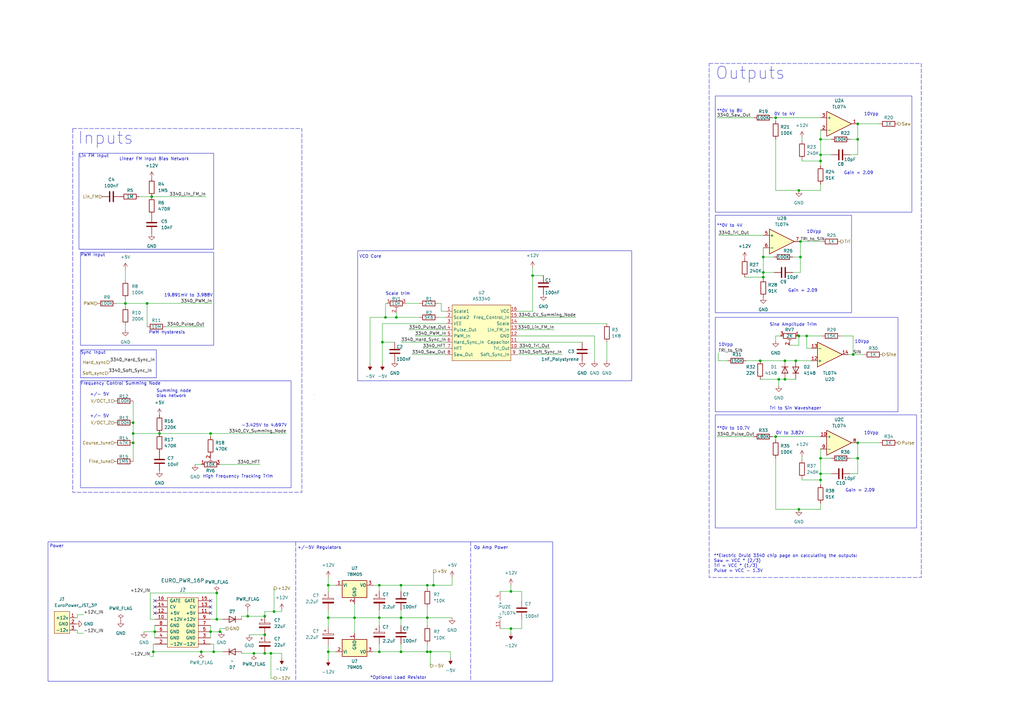
<source format=kicad_sch>
(kicad_sch (version 20230121) (generator eeschema)
  (paper "A3")
  (title_block (title "Eurorack 3340 VCO") (date "2024-02-16") (rev "0.1.2") (company "DIYSynthMNL") (comment 1 "This Revision is a Prototype"))
  (junction (at 86.36 259.08))
  (junction (at 351.79 181.61))
  (junction (at 86.36 177.8))
  (junction (at 313.055 113.665))
  (junction (at 349.885 145.415))
  (junction (at 313.055 111.76))
  (junction (at 101.6 252.73))
  (junction (at 319.405 155.575))
  (junction (at 104.14 267.97))
  (junction (at 336.55 66.04))
  (junction (at 108.585 260.35))
  (junction (at 62.23 80.645))
  (junction (at 155.575 253.365))
  (junction (at 209.55 257.81))
  (junction (at 336.55 57.15))
  (junction (at 112.395 250.825))
  (junction (at 336.55 187.96))
  (junction (at 65.405 177.8))
  (junction (at 351.79 187.96))
  (junction (at 327.66 78.105))
  (junction (at 328.295 105.41))
  (junction (at 134.62 267.335))
  (junction (at 326.39 147.955))
  (junction (at 156.845 140.335))
  (junction (at 321.945 155.575))
  (junction (at 311.785 147.955))
  (junction (at 318.135 179.07))
  (junction (at 111.125 267.97))
  (junction (at 175.26 253.365))
  (junction (at 321.945 147.955))
  (junction (at 87.63 267.335))
  (junction (at 155.575 267.335))
  (junction (at 60.325 124.46))
  (junction (at 351.79 50.8))
  (junction (at 351.79 57.15))
  (junction (at 336.55 63.5))
  (junction (at 328.295 99.06))
  (junction (at 82.55 267.335))
  (junction (at 88.9 243.205))
  (junction (at 155.575 240.03))
  (junction (at 62.865 267.335))
  (junction (at 164.465 253.365))
  (junction (at 134.62 253.365))
  (junction (at 134.62 240.03))
  (junction (at 313.055 105.41))
  (junction (at 336.55 194.31))
  (junction (at 175.26 240.03))
  (junction (at 164.465 240.03))
  (junction (at 158.115 130.175))
  (junction (at 336.55 196.85))
  (junction (at 54.61 173.355))
  (junction (at 88.9 254))
  (junction (at 175.26 267.335))
  (junction (at 318.135 48.26))
  (junction (at 90.17 259.08))
  (junction (at 162.56 130.175))
  (junction (at 108.585 252.73))
  (junction (at 108.585 267.97))
  (junction (at 51.435 124.46))
  (junction (at 330.835 137.795))
  (junction (at 164.465 267.335))
  (junction (at 54.61 181.61))
  (junction (at 177.8 240.03))
  (junction (at 209.55 242.57))
  (junction (at 218.44 113.03))
  (junction (at 176.53 267.335))
  (junction (at 63.5 259.08))
  (junction (at 327.66 137.795))
  (junction (at 54.61 177.8))
  (junction (at 145.415 253.365))
  (junction (at 327.66 208.915))
  (no_connect (at 63.5 246.38))
  (no_connect (at 86.36 251.46))
  (no_connect (at 86.36 246.38))
  (no_connect (at 63.5 251.46))
  (no_connect (at 63.5 248.92))
  (no_connect (at 86.36 248.92))
  (wire (pts (xy 61.595 269.24) (xy 62.865 269.24)))
  (wire (pts (xy 336.55 63.5) (xy 340.995 63.5)))
  (wire (pts (xy 65.405 177.8) (xy 86.36 177.8)))
  (wire (pts (xy 316.865 179.07) (xy 318.135 179.07)))
  (wire (pts (xy 62.23 80.645) (xy 84.455 80.645)))
  (wire (pts (xy 209.55 240.03) (xy 209.55 242.57)))
  (polyline (pts (xy 193.04 222.25) (xy 193.04 279.4)) (stroke (width 0) (type dash)))
  (wire (pts (xy 313.055 111.76) (xy 313.055 113.665)))
  (wire (pts (xy 134.62 267.335) (xy 134.62 270.51)))
  (wire (pts (xy 318.135 48.26) (xy 318.135 49.53)))
  (wire (pts (xy 336.55 57.15) (xy 336.55 53.34)))
  (wire (pts (xy 164.465 250.19) (xy 164.465 253.365)))
  (wire (pts (xy 155.575 253.365) (xy 145.415 253.365)))
  (wire (pts (xy 54.61 177.8) (xy 54.61 181.61)))
  (wire (pts (xy 185.42 236.855) (xy 185.42 240.03)))
  (wire (pts (xy 176.53 267.335) (xy 175.26 267.335)))
  (wire (pts (xy 31.75 259.715) (xy 31.75 258.445)))
  (wire (pts (xy 31.75 253.365) (xy 31.115 253.365)))
  (wire (pts (xy 134.62 253.365) (xy 134.62 257.175)))
  (wire (pts (xy 57.15 80.645) (xy 62.23 80.645)))
  (wire (pts (xy 61.595 243.205) (xy 88.9 243.205)))
  (wire (pts (xy 47.625 124.46) (xy 51.435 124.46)))
  (wire (pts (xy 112.395 278.13) (xy 111.125 278.13)))
  (wire (pts (xy 328.295 99.06) (xy 337.185 99.06)))
  (wire (pts (xy 185.42 253.365) (xy 175.26 253.365)))
  (wire (pts (xy 90.17 259.08) (xy 90.805 259.08)))
  (wire (pts (xy 351.79 187.96) (xy 351.79 181.61)))
  (wire (pts (xy 62.865 269.24) (xy 62.865 267.335)))
  (wire (pts (xy 99.06 267.97) (xy 104.14 267.97)))
  (wire (pts (xy 185.42 240.03) (xy 177.8 240.03)))
  (wire (pts (xy 330.835 137.795) (xy 330.835 142.875)))
  (wire (pts (xy 351.79 57.15) (xy 351.79 50.8)))
  (wire (pts (xy 175.26 248.92) (xy 175.26 253.365)))
  (wire (pts (xy 99.06 254) (xy 99.06 252.73)))
  (wire (pts (xy 162.56 130.175) (xy 158.115 130.175)))
  (wire (pts (xy 218.44 113.03) (xy 218.44 127.635)))
  (wire (pts (xy 336.55 194.31) (xy 340.995 194.31)))
  (wire (pts (xy 158.115 124.46) (xy 158.75 124.46)))
  (wire (pts (xy 134.62 264.795) (xy 134.62 267.335)))
  (wire (pts (xy 209.55 242.57) (xy 213.995 242.57)))
  (wire (pts (xy 348.615 63.5) (xy 351.79 63.5)))
  (wire (pts (xy 184.785 267.335) (xy 176.53 267.335)))
  (wire (pts (xy 294.64 147.955) (xy 298.45 147.955)))
  (wire (pts (xy 212.09 130.175) (xy 236.22 130.175)))
  (wire (pts (xy 340.995 187.96) (xy 336.55 187.96)))
  (wire (pts (xy 156.845 140.335) (xy 161.925 140.335)))
  (wire (pts (xy 155.575 253.365) (xy 164.465 253.365)))
  (wire (pts (xy 145.415 247.65) (xy 145.415 253.365)))
  (wire (pts (xy 101.6 250.19) (xy 101.6 252.73)))
  (wire (pts (xy 213.995 257.81) (xy 213.995 254)))
  (wire (pts (xy 134.62 236.855) (xy 134.62 240.03)))
  (wire (pts (xy 328.93 187.325) (xy 328.93 188.595)))
  (wire (pts (xy 87.63 264.16) (xy 86.36 264.16)))
  (wire (pts (xy 248.92 140.335) (xy 248.92 147.955)))
  (wire (pts (xy 243.84 147.955) (xy 243.84 137.795)))
  (wire (pts (xy 212.09 132.715) (xy 248.92 132.715)))
  (wire (pts (xy 179.705 124.46) (xy 180.975 124.46)))
  (wire (pts (xy 209.55 257.81) (xy 213.995 257.81)))
  (wire (pts (xy 156.845 132.715) (xy 156.845 140.335)))
  (wire (pts (xy 175.26 240.03) (xy 175.26 241.3)))
  (wire (pts (xy 184.785 267.335) (xy 184.785 269.875)))
  (wire (pts (xy 63.5 264.16) (xy 62.865 264.16)))
  (wire (pts (xy 63.5 254) (xy 61.595 254)))
  (wire (pts (xy 155.575 267.335) (xy 153.035 267.335)))
  (wire (pts (xy 86.36 259.08) (xy 90.17 259.08)))
  (wire (pts (xy 318.135 179.07) (xy 336.55 179.07)))
  (wire (pts (xy 115.57 250.19) (xy 115.57 250.825)))
  (wire (pts (xy 112.395 250.825) (xy 115.57 250.825)))
  (wire (pts (xy 328.93 56.515) (xy 328.93 57.785)))
  (wire (pts (xy 327.66 208.915) (xy 318.135 208.915)))
  (wire (pts (xy 164.465 264.16) (xy 164.465 267.335)))
  (wire (pts (xy 134.62 267.335) (xy 137.795 267.335)))
  (wire (pts (xy 321.945 155.575) (xy 326.39 155.575)))
  (wire (pts (xy 88.9 254) (xy 91.44 254)))
  (wire (pts (xy 31.75 252.095) (xy 31.75 253.365)))
  (wire (pts (xy 336.55 75.565) (xy 336.55 78.105)))
  (wire (pts (xy 115.57 269.875) (xy 115.57 267.97)))
  (wire (pts (xy 325.12 105.41) (xy 328.295 105.41)))
  (wire (pts (xy 158.115 130.175) (xy 158.115 124.46)))
  (wire (pts (xy 351.79 63.5) (xy 351.79 57.15)))
  (wire (pts (xy 172.085 130.175) (xy 162.56 130.175)))
  (wire (pts (xy 336.55 194.31) (xy 336.55 196.85)))
  (wire (pts (xy 317.5 111.76) (xy 313.055 111.76)))
  (wire (pts (xy 102.235 260.35) (xy 108.585 260.35)))
  (wire (pts (xy 336.55 206.375) (xy 336.55 208.915)))
  (wire (pts (xy 336.55 187.96) (xy 336.55 194.31)))
  (wire (pts (xy 86.36 259.08) (xy 86.36 261.62)))
  (wire (pts (xy 86.36 177.8) (xy 117.475 177.8)))
  (wire (pts (xy 51.435 133.35) (xy 51.435 135.255)))
  (wire (pts (xy 134.62 240.03) (xy 137.795 240.03)))
  (wire (pts (xy 351.79 194.31) (xy 351.79 187.96)))
  (wire (pts (xy 62.865 264.16) (xy 62.865 267.335)))
  (wire (pts (xy 151.765 130.175) (xy 151.765 149.225)))
  (wire (pts (xy 134.62 253.365) (xy 145.415 253.365)))
  (wire (pts (xy 180.975 127.635) (xy 182.88 127.635)))
  (wire (pts (xy 134.62 250.19) (xy 134.62 253.365)))
  (wire (pts (xy 168.91 145.415) (xy 182.88 145.415)))
  (wire (pts (xy 99.06 252.73) (xy 101.6 252.73)))
  (wire (pts (xy 111.125 278.13) (xy 111.125 267.97)))
  (wire (pts (xy 34.29 252.095) (xy 31.75 252.095)))
  (wire (pts (xy 99.06 267.335) (xy 99.06 267.97)))
  (wire (pts (xy 162.56 128.27) (xy 162.56 130.175)))
  (wire (pts (xy 205.105 257.81) (xy 209.55 257.81)))
  (wire (pts (xy 91.44 267.335) (xy 87.63 267.335)))
  (wire (pts (xy 317.5 105.41) (xy 313.055 105.41)))
  (wire (pts (xy 164.465 140.335) (xy 182.88 140.335)))
  (wire (pts (xy 156.845 140.335) (xy 156.845 149.225)))
  (wire (pts (xy 349.885 145.415) (xy 354.33 145.415)))
  (wire (pts (xy 318.135 78.105) (xy 318.135 57.15)))
  (wire (pts (xy 111.125 267.97) (xy 108.585 267.97)))
  (wire (pts (xy 62.865 267.335) (xy 82.55 267.335)))
  (wire (pts (xy 348.615 187.96) (xy 351.79 187.96)))
  (wire (pts (xy 88.9 254) (xy 86.36 254)))
  (wire (pts (xy 158.115 130.175) (xy 151.765 130.175)))
  (wire (pts (xy 294.64 96.52) (xy 313.055 96.52)))
  (wire (pts (xy 313.055 105.41) (xy 313.055 101.6)))
  (wire (pts (xy 59.055 259.08) (xy 63.5 259.08)))
  (wire (pts (xy 327.66 208.915) (xy 336.55 208.915)))
  (wire (pts (xy 51.435 110.49) (xy 51.435 114.935)))
  (wire (pts (xy 54.61 177.8) (xy 65.405 177.8)))
  (wire (pts (xy 134.62 242.57) (xy 134.62 240.03)))
  (wire (pts (xy 330.835 142.875) (xy 332.74 142.875)))
  (wire (pts (xy 349.885 145.415) (xy 347.98 145.415)))
  (wire (pts (xy 175.26 267.335) (xy 164.465 267.335)))
  (wire (pts (xy 82.55 267.335) (xy 87.63 267.335)))
  (wire (pts (xy 145.415 253.365) (xy 145.415 259.715)))
  (wire (pts (xy 320.04 137.795) (xy 318.135 137.795)))
  (wire (pts (xy 328.93 65.405) (xy 328.93 66.04)))
  (wire (pts (xy 349.885 137.795) (xy 349.885 145.415)))
  (wire (pts (xy 182.88 132.715) (xy 156.845 132.715)))
  (wire (pts (xy 51.435 122.555) (xy 51.435 124.46)))
  (wire (pts (xy 164.465 253.365) (xy 164.465 256.54)))
  (wire (pts (xy 325.12 111.76) (xy 328.295 111.76)))
  (wire (pts (xy 336.55 57.15) (xy 336.55 63.5)))
  (polyline (pts (xy 128.905 161.925) (xy 128.905 161.925)) (stroke (width 0) (type dash)))
  (wire (pts (xy 336.55 196.85) (xy 336.55 198.755)))
  (wire (pts (xy 180.975 124.46) (xy 180.975 127.635)))
  (wire (pts (xy 164.465 242.57) (xy 164.465 240.03)))
  (wire (pts (xy 327.66 78.105) (xy 318.135 78.105)))
  (wire (pts (xy 305.435 113.665) (xy 313.055 113.665)))
  (wire (pts (xy 88.9 243.205) (xy 88.9 254)))
  (wire (pts (xy 177.8 234.315) (xy 177.8 240.03)))
  (wire (pts (xy 318.135 137.795) (xy 318.135 139.7)))
  (wire (pts (xy 218.44 109.855) (xy 218.44 113.03)))
  (wire (pts (xy 166.37 124.46) (xy 172.085 124.46)))
  (wire (pts (xy 313.055 113.665) (xy 313.055 114.3)))
  (wire (pts (xy 327.66 78.105) (xy 336.55 78.105)))
  (wire (pts (xy 54.61 173.355) (xy 54.61 177.8)))
  (wire (pts (xy 327.66 141.605) (xy 327.66 137.795)))
  (wire (pts (xy 51.435 125.73) (xy 51.435 124.46)))
  (wire (pts (xy 316.865 48.26) (xy 318.135 48.26)))
  (wire (pts (xy 112.395 241.3) (xy 112.395 250.825)))
  (wire (pts (xy 336.55 63.5) (xy 336.55 66.04)))
  (wire (pts (xy 243.84 137.795) (xy 212.09 137.795)))
  (wire (pts (xy 337.185 137.795) (xy 330.835 137.795)))
  (wire (pts (xy 34.29 259.715) (xy 31.75 259.715)))
  (wire (pts (xy 164.465 240.03) (xy 155.575 240.03)))
  (wire (pts (xy 348.615 194.31) (xy 351.79 194.31)))
  (wire (pts (xy 175.26 253.365) (xy 175.26 256.54)))
  (wire (pts (xy 205.105 242.57) (xy 209.55 242.57)))
  (wire (pts (xy 67.945 133.985) (xy 83.82 133.985)))
  (wire (pts (xy 218.44 127.635) (xy 212.09 127.635)))
  (wire (pts (xy 177.8 240.03) (xy 175.26 240.03)))
  (wire (pts (xy 351.79 181.61) (xy 360.68 181.61)))
  (wire (pts (xy 63.5 259.08) (xy 63.5 261.62)))
  (wire (pts (xy 328.295 111.76) (xy 328.295 105.41)))
  (wire (pts (xy 173.355 142.875) (xy 182.88 142.875)))
  (wire (pts (xy 318.135 48.26) (xy 336.55 48.26)))
  (wire (pts (xy 92.71 257.81) (xy 90.17 257.81)))
  (wire (pts (xy 218.44 113.03) (xy 222.885 113.03)))
  (wire (pts (xy 54.61 181.61) (xy 54.61 189.23)))
  (wire (pts (xy 63.5 256.54) (xy 63.5 259.08)))
  (wire (pts (xy 60.325 133.985) (xy 60.325 124.46)))
  (wire (pts (xy 321.945 147.955) (xy 326.39 147.955)))
  (wire (pts (xy 309.245 179.07) (xy 294.005 179.07)))
  (wire (pts (xy 311.785 155.575) (xy 319.405 155.575)))
  (wire (pts (xy 313.055 111.76) (xy 313.055 105.41)))
  (wire (pts (xy 319.405 155.575) (xy 319.405 158.115)))
  (wire (pts (xy 175.26 264.16) (xy 175.26 267.335)))
  (wire (pts (xy 155.575 240.03) (xy 155.575 242.57)))
  (wire (pts (xy 318.135 179.07) (xy 318.135 180.34)))
  (wire (pts (xy 164.465 267.335) (xy 155.575 267.335)))
  (wire (pts (xy 54.61 164.465) (xy 54.61 173.355)))
  (wire (pts (xy 90.17 190.5) (xy 106.68 190.5)))
  (wire (pts (xy 87.63 267.335) (xy 87.63 264.16)))
  (wire (pts (xy 212.09 135.255) (xy 227.33 135.255)))
  (wire (pts (xy 90.17 257.81) (xy 90.17 259.08)))
  (wire (pts (xy 294.005 48.26) (xy 309.245 48.26)))
  (polyline (pts (xy 121.285 222.25) (xy 121.285 279.4)) (stroke (width 0) (type dash)))
  (wire (pts (xy 328.93 66.04) (xy 336.55 66.04)))
  (wire (pts (xy 311.785 147.955) (xy 321.945 147.955)))
  (wire (pts (xy 115.57 267.97) (xy 111.125 267.97)))
  (wire (pts (xy 153.035 240.03) (xy 155.575 240.03)))
  (wire (pts (xy 31.75 258.445) (xy 31.115 258.445)))
  (wire (pts (xy 179.705 130.175) (xy 182.88 130.175)))
  (wire (pts (xy 306.07 147.955) (xy 311.785 147.955)))
  (wire (pts (xy 108.585 250.825) (xy 112.395 250.825)))
  (wire (pts (xy 326.39 147.955) (xy 332.74 147.955)))
  (wire (pts (xy 51.435 124.46) (xy 60.325 124.46)))
  (wire (pts (xy 155.575 250.19) (xy 155.575 253.365)))
  (wire (pts (xy 348.615 57.15) (xy 351.79 57.15)))
  (wire (pts (xy 108.585 250.825) (xy 108.585 252.73)))
  (wire (pts (xy 294.64 144.78) (xy 294.64 147.955)))
  (wire (pts (xy 212.09 140.335) (xy 238.76 140.335)))
  (wire (pts (xy 328.93 196.85) (xy 336.55 196.85)))
  (wire (pts (xy 328.93 196.215) (xy 328.93 196.85)))
  (wire (pts (xy 86.36 179.07) (xy 86.36 177.8)))
  (wire (pts (xy 212.09 145.415) (xy 230.505 145.415)))
  (wire (pts (xy 209.55 257.81) (xy 209.55 259.715)))
  (wire (pts (xy 164.465 240.03) (xy 175.26 240.03)))
  (wire (pts (xy 318.135 208.915) (xy 318.135 187.96)))
  (wire (pts (xy 82.55 190.5) (xy 80.01 190.5)))
  (wire (pts (xy 86.36 256.54) (xy 86.36 259.08)))
  (wire (pts (xy 328.295 105.41) (xy 328.295 99.06)))
  (wire (pts (xy 101.6 252.73) (xy 108.585 252.73)))
  (wire (pts (xy 351.79 50.8) (xy 360.68 50.8)))
  (wire (pts (xy 60.325 124.46) (xy 86.995 124.46)))
  (wire (pts (xy 167.64 135.255) (xy 182.88 135.255)))
  (wire (pts (xy 319.405 155.575) (xy 321.945 155.575)))
  (wire (pts (xy 336.55 66.04) (xy 336.55 67.945)))
  (wire (pts (xy 327.66 137.795) (xy 330.835 137.795)))
  (wire (pts (xy 336.55 187.96) (xy 336.55 184.15)))
  (wire (pts (xy 212.09 142.875) (xy 225.425 142.875)))
  (wire (pts (xy 340.995 57.15) (xy 336.55 57.15)))
  (wire (pts (xy 61.595 254) (xy 61.595 243.205)))
  (wire (pts (xy 170.18 137.795) (xy 182.88 137.795)))
  (wire (pts (xy 155.575 264.16) (xy 155.575 267.335)))
  (wire (pts (xy 176.53 267.335) (xy 176.53 273.05)))
  (wire (pts (xy 344.805 137.795) (xy 349.885 137.795)))
  (wire (pts (xy 104.14 267.97) (xy 108.585 267.97)))
  (wire (pts (xy 155.575 253.365) (xy 155.575 256.54)))
  (wire (pts (xy 213.995 242.57) (xy 213.995 246.38)))
  (wire (pts (xy 164.465 253.365) (xy 175.26 253.365)))
  (wire (pts (xy 323.85 141.605) (xy 327.66 141.605)))
  (rectangle (start 19.685 222.25) (end 226.695 279.4))
  (rectangle (start 32.385 62.865) (end 87.63 102.235))
  (rectangle (start 293.37 88.265) (end 349.25 128.27))
  (rectangle (start 293.37 39.37) (end 374.015 86.995))
  (rectangle (start 293.37 130.175) (end 368.3 168.91))
  (rectangle (start 29.845 52.705) (end 123.825 201.93) (stroke (width 0) (type dash)))
  (rectangle (start 33.02 156.21) (end 119.38 200.025))
  (rectangle (start 293.37 170.18) (end 375.92 216.535))
  (rectangle (start 33.02 143.51) (end 64.135 154.94))
  (rectangle (start 33.02 103.505) (end 87.63 141.605))
  (rectangle (start 146.685 102.87) (end 259.08 156.21))
  (rectangle (start 290.83 26.035) (end 377.825 236.855) (stroke (width 0) (type dash)))
  (text "0V to 4V" (at 317.5 47.625 0) (effects (font (size 1.27 1.27)) (justify left bottom)))
  (text "+/- 5V" (at 36.83 162.56 0) (effects (font (size 1.27 1.27)) (justify left bottom)))
  (text "Summing node \nbias network" (at 64.135 163.195 0) (effects (font (size 1.27 1.27)) (justify left bottom)))
  (text "10Vpp" (at 330.835 95.885 0) (effects (font (size 1.27 1.27)) (justify left bottom)))
  (text "VCO Core" (at 147.32 106.045 0) (effects (font (size 1.27 1.27)) (justify left bottom)))
  (text "PWM Input" (at 33.02 105.41 0) (effects (font (size 1.27 1.27)) (justify left bottom)))
  (text "Gain = 2.09" (at 346.075 71.755 0) (effects (font (size 1.27 1.27)) (justify left bottom)))
  (text "0V to 3.82V" (at 318.135 178.435 0) (effects (font (size 1.27 1.27)) (justify left bottom)))
  (text "+/-5V Regulators" (at 121.92 225.425 0) (effects (font (size 1.27 1.27)) (justify left bottom)))
  (text "Sine Amplitude Trim" (at 315.595 133.985 0) (effects (font (size 1.27 1.27)) (justify left bottom)))
  (text "10Vpp" (at 354.33 47.625 0) (effects (font (size 1.27 1.27)) (justify left bottom)))
  (text "**0V to 10.7V" (at 294.005 176.53 0) (effects (font (size 1.27 1.27)) (justify left bottom)))
  (text "Gain = 2.09" (at 346.71 201.93 0) (effects (font (size 1.27 1.27)) (justify left bottom)))
  (text "High Frequency Tracking Trim\n" (at 83.185 196.215 0) (effects (font (size 1.27 1.27)) (justify left bottom)))
  (text "19.891mV to 3.988V" (at 67.31 121.92 0) (effects (font (size 1.27 1.27)) (justify left bottom)))
  (text "-3.425V to 4.697V" (at 99.06 175.26 0) (effects (font (size 1.27 1.27)) (justify left bottom)))
  (text "+/- 5V" (at 36.83 171.45 0) (effects (font (size 1.27 1.27)) (justify left bottom)))
  (text "PWM Hysteresis" (at 60.96 137.16 0) (effects (font (size 1.27 1.27)) (justify left bottom)))
  (text "10Vpp" (at 354.33 178.435 0) (effects (font (size 1.27 1.27)) (justify left bottom)))
  (text "Inputs" (at 31.75 59.69 0) (effects (font (size 5 5)) (justify left bottom)))
  (text "Linear FM Input Bias Network" (at 48.895 66.04 0) (effects (font (size 1.27 1.27)) (justify left bottom)))
  (text "Power" (at 20.32 224.79 0) (effects (font (size 1.27 1.27)) (justify left bottom)))
  (text "*Optional Load Resistor" (at 151.765 278.765 0) (effects (font (size 1.27 1.27)) (justify left bottom)))
  (text "10Vpp" (at 294.64 142.24 0) (effects (font (size 1.27 1.27)) (justify left bottom)))
  (text "Op Amp Power" (at 194.31 225.425 0) (effects (font (size 1.27 1.27)) (justify left bottom)))
  (text "Frequency Control Summing Node" (at 33.02 158.115 0) (effects (font (size 1.27 1.27)) (justify left bottom)))
  (text "Tri to Sin Waveshaper" (at 315.595 168.275 0) (effects (font (size 1.27 1.27)) (justify left bottom)))
  (text "Sync Input" (at 33.02 145.415 0) (effects (font (size 1.27 1.27)) (justify left bottom)))
  (text "**Electric Druid 3340 chip page on calculating the outputs:\nSaw = VCC * (2/3)\nTri = VCC * (1/3)\nPulse = VCC - 1.3V" (at 292.735 234.95 0) (effects (font (size 1.27 1.27)) (justify left bottom)))
  (text "Scale trim" (at 158.115 121.285 0) (effects (font (size 1.27 1.27)) (justify left bottom)))
  (text "Gain = 2.09" (at 323.215 120.015 0) (effects (font (size 1.27 1.27)) (justify left bottom)))
  (text "Lin FM Input" (at 32.385 64.77 0) (effects (font (size 1.27 1.27)) (justify left bottom)))
  (text "**0V to 4V" (at 294.005 93.345 0) (effects (font (size 1.27 1.27)) (justify left bottom)))
  (text "**0V to 8V" (at 294.005 46.355 0) (effects (font (size 1.27 1.27)) (justify left bottom)))
  (text "Outputs" (at 293.37 33.02 0) (effects (font (size 5 5)) (justify left bottom)))
  (text "10Vpp" (at 350.52 140.97 0) (effects (font (size 1.27 1.27)) (justify left bottom)))
  (label "3340_Saw_Out" (at 168.91 145.415 0))
  (label "3340_Pulse_Out" (at 83.82 133.985 180))
  (label "3340_Soft_Sync_In" (at 230.505 145.415 180))
  (label "3340_Saw_Out" (at 294.005 48.26 0))
  (label "3340_Lin_FM_In" (at 84.455 80.645 180))
  (label "3340_HFT" (at 173.355 142.875 0))
  (label "3340_HFT" (at 106.68 190.5 180))
  (label "3340_Tri_Out" (at 294.64 96.52 0))
  (label "-12V_IN" (at 34.29 259.715 0))
  (label "3340_Tri_Out" (at 225.425 142.875 180))
  (label "3340_Hard_Sync_In" (at 45.085 148.59 0))
  (label "TRI_to_SIN" (at 294.64 144.78 0))
  (label "3340_Hard_Sync_In" (at 164.465 140.335 0))
  (label "3340_PWM_In" (at 170.18 137.795 0))
  (label "3340_Pulse_Out" (at 294.005 179.07 0))
  (label "+12V_IN" (at 34.29 252.095 0))
  (label "3340_Soft_Sync_In" (at 44.45 153.035 0))
  (label "3340_CV_Summing_Node" (at 117.475 177.8 180))
  (label "3340_PWM_In" (at 86.995 124.46 180))
  (label "3340_Lin_FM_In" (at 227.33 135.255 180))
  (label "3340_CV_Summing_Node" (at 236.22 130.175 180))
  (label "+12V_IN" (at 61.595 243.205 180))
  (label "TRI_to_SIN" (at 328.295 99.06 0))
  (label "SIN" (at 349.885 145.415 0))
  (label "3340_Pulse_Out" (at 167.64 135.255 0))
  (label "-12V_IN" (at 61.595 269.24 180))
  (hierarchical_label "Lin_FM" (shape input) (at 41.91 80.645 180))
  (hierarchical_label "V{slash}OCT_2" (shape input) (at 46.99 173.355 180))
  (hierarchical_label "Tri" (shape output) (at 344.805 99.06 0))
  (hierarchical_label "V{slash}OCT_1" (shape input) (at 46.99 164.465 180))
  (hierarchical_label "-5V" (shape output) (at 176.53 273.05 0))
  (hierarchical_label "Hard_sync" (shape input) (at 45.085 148.59 180))
  (hierarchical_label "+12V" (shape output) (at 112.395 241.3 0))
  (hierarchical_label "+5V" (shape output) (at 177.8 234.315 0))
  (hierarchical_label "Sine" (shape output) (at 361.95 145.415 0))
  (hierarchical_label "Soft_sync" (shape input) (at 44.45 153.035 180))
  (hierarchical_label "-12V" (shape output) (at 112.395 278.13 0))
  (hierarchical_label "PWM" (shape input) (at 40.005 124.46 180))
  (hierarchical_label "Pulse" (shape output) (at 368.3 181.61 0))
  (hierarchical_label "Fine_tune" (shape input) (at 46.99 189.23 180))
  (hierarchical_label "GND" (shape output) (at 92.71 257.81 0))
  (hierarchical_label "Saw" (shape output) (at 368.3 50.8 0))
  (hierarchical_label "Course_tune" (shape input) (at 46.99 181.61 180))
  (symbol (lib_id "Device:R") (at 62.23 84.455 0) (unit 1)
    (property "Reference" "R6" (at 64.77 83.185 0) (effects (justify left)))
    (property "Value" "470R" (at 64.77 85.725 0) (effects (justify left)))
    (instances (project "3340-VCO" (path "" (reference "R6") (unit 1)) (path "" (reference "R3") (unit 1))))
  )
  (symbol (lib_id "power:-12V") (at 209.55 259.715 180) (unit 1)
    (property "Reference" "#PWR?" (effects hide))
    (property "Value" "-12V" (at 209.55 264.795 0))
    (instances (project "Electric Druid VCDO1" (path "" (reference "#PWR?") (unit 1)) (path "" (reference "#PWR?") (unit 1))) (project "3340-VCO" (path "" (reference "#PWR050") (unit 1)) (path "" (reference "#PWR050") (unit 1))))
  )
  (symbol (lib_id "power:GND") (at 51.435 135.255 0) (unit 1)
    (property "Reference" "#PWR?" (effects hide))
    (property "Value" "GND" (at 51.435 140.335 0))
    (instances (project "Electric Druid VCDO1" (path "" (reference "#PWR?") (unit 1)) (path "" (reference "#PWR?") (unit 1))) (project "3340-VCO" (path "" (reference "#PWR016") (unit 1)) (path "" (reference "#PWR015") (unit 1))))
  )
  (symbol (lib_id "power:GND") (at 49.53 254.635 0) (unit 1)
    (property "Reference" "#PWR?" (effects hide))
    (property "Value" "GND" (at 49.53 259.715 0))
    (instances (project "Electric Druid VCDO1" (path "" (reference "#PWR?") (unit 1)) (path "" (reference "#PWR?") (unit 1))) (project "3340-VCO" (path "" (reference "#PWR046") (unit 1)) (path "" (reference "#PWR046") (unit 1))))
  )
  (symbol (lib_id "Device:R") (at 50.8 164.465 90) (unit 1)
    (property "Reference" "R12" (at 52.705 162.56 90) (effects (justify left)))
    (property "Value" "100K" (at 53.34 164.465 90) (effects (justify left)))
    (instances (project "3340-VCO" (path "" (reference "R12") (unit 1)) (path "" (reference "R22") (unit 1))))
  )
  (symbol (lib_id "power:GND") (at 102.235 260.35 0) (unit 1)
    (property "Reference" "#PWR?" (effects hide))
    (property "Value" "GND" (at 102.235 264.795 0))
    (instances (project "Electric Druid VCDO1" (path "" (reference "#PWR?") (unit 1)) (path "" (reference "#PWR?") (unit 1))) (project "3340-VCO" (path "" (reference "#PWR051") (unit 1)) (path "" (reference "#PWR051") (unit 1))))
  )
  (symbol (lib_id "Device:C_Polarized") (at 108.585 256.54 0) (unit 1)
    (property "Reference" "C?" (at 112.395 254.381 0) (effects (justify left)))
    (property "Value" "22uF" (at 112.395 256.921 0) (effects (justify left)))
    (property "Footprint" "DIYSynthMNL:CP_Radial_D4.0mm_P1.50mm" (effects hide))
    (instances (project "Electric Druid VCDO1" (path "" (reference "C?") (unit 1)) (path "" (reference "C?") (unit 1))) (project "3340-VCO" (path "" (reference "C15") (unit 1)) (path "" (reference "C15") (unit 1))))
  )
  (symbol (lib_id "Device:C") (at 344.805 194.31 270) (unit 1)
    (property "Reference" "C10" (at 344.805 198.12 90))
    (property "Value" "10pF" (at 348.615 196.215 90))
  )
  (symbol (lib_id "power:+12V") (at 134.62 236.855 0) (unit 1)
    (property "Reference" "#PWR?" (effects hide))
    (property "Value" "+12V" (at 134.62 231.775 0))
    (instances (project "Electric Druid VCDO1" (path "" (reference "#PWR?") (unit 1)) (path "" (reference "#PWR?") (unit 1))) (project "3340-VCO" (path "" (reference "#PWR041") (unit 1)) (path "" (reference "#PWR041") (unit 1))))
  )
  (symbol (lib_id "Device:R") (at 318.135 53.34 180) (unit 1)
    (property "Reference" "R21" (at 320.04 52.07 0) (effects (justify right)))
    (property "Value" "100K" (at 320.04 54.61 0) (effects (justify right)))
    (instances (project "3340-VCO" (path "" (reference "R21") (unit 1)) (path "" (reference "R6") (unit 1))))
  )
  (symbol (lib_id "power:GND") (at 313.055 121.92 0) (unit 1)
    (property "Reference" "#PWR?" (effects hide))
    (property "Value" "GND" (at 313.055 127 0))
    (instances (project "Electric Druid VCDO1" (path "" (reference "#PWR?") (unit 1)) (path "" (reference "#PWR?") (unit 1))) (project "3340-VCO" (path "" (reference "#PWR023") (unit 1)) (path "" (reference "#PWR023") (unit 1))))
  )
  (symbol (lib_id "Amplifier_Operational:TL074") (at 320.675 99.06 0) (unit 2)
    (property "Reference" "U2" (at 320.675 89.535 0))
    (property "Value" "TL074" (at 320.675 92.075 0))
    (property "Datasheet" "http://www.ti.com/lit/ds/symlink/tl071.pdf" (effects hide))
    (instances (project "3340-VCO" (path "" (reference "U2") (unit 2)) (path "" (reference "U1") (unit 2))))
  )
  (symbol (lib_id "power:-12V") (at 134.62 270.51 180) (unit 1)
    (property "Reference" "#PWR?" (effects hide))
    (property "Value" "-12V" (at 134.62 275.59 0))
    (instances (project "Electric Druid VCDO1" (path "" (reference "#PWR?") (unit 1)) (path "" (reference "#PWR?") (unit 1))) (project "3340-VCO" (path "" (reference "#PWR054") (unit 1)) (path "" (reference "#PWR054") (unit 1))))
  )
  (symbol (lib_id "Device:R") (at 344.805 57.15 270) (unit 1)
    (property "Reference" "R22" (at 346.71 54.61 90))
    (property "Value" "100K" (at 344.805 57.15 90))
    (instances (project "3340-VCO" (path "" (reference "R22") (unit 1)) (path "" (reference "R8") (unit 1))))
  )
  (symbol (lib_id "Device:C") (at 164.465 260.35 0) (unit 1)
    (property "Reference" "C?" (at 165.1 257.81 0) (effects (justify left)))
    (property "Value" "100nF" (at 165.1 262.89 0) (effects (justify left)))
    (property "Footprint" "DIYSynthMNL:C_Rect_L7.0mm_W2.0mm_P5.00mm_BigPads" (effects hide))
    (instances (project "Electric Druid VCDO1" (path "" (reference "C?") (unit 1)) (path "" (reference "C?") (unit 1))) (project "3340-VCO" (path "" (reference "C17") (unit 1)) (path "" (reference "C17") (unit 1))))
  )
  (symbol (lib_id "Device:R") (at 336.55 71.755 0) (unit 1)
    (property "Reference" "R24" (at 338.455 70.485 0) (effects (justify left)))
    (property "Value" "91K" (at 338.455 73.025 0) (effects (justify left)))
    (instances (project "3340-VCO" (path "" (reference "R24") (unit 1)) (path "" (reference "R10") (unit 1))))
  )
  (symbol (lib_id "power:GND") (at 65.405 193.04 0) (unit 1)
    (property "Reference" "#PWR?" (effects hide))
    (property "Value" "GND" (at 65.405 198.12 0))
    (instances (project "Electric Druid VCDO1" (path "" (reference "#PWR?") (unit 1)) (path "" (reference "#PWR?") (unit 1))) (project "3340-VCO" (path "" (reference "#PWR038") (unit 1)) (path "" (reference "#PWR037") (unit 1))))
  )
  (symbol (lib_id "Device:R") (at 50.8 181.61 90) (unit 1)
    (property "Reference" "R14" (at 52.705 179.705 90) (effects (justify left)))
    (property "Value" "47K" (at 52.705 181.61 90) (effects (justify left)))
    (instances (project "3340-VCO" (path "" (reference "R14") (unit 1)) (path "" (reference "R26") (unit 1))))
  )
  (symbol (lib_id "power:GND") (at 238.76 147.955 0) (unit 1)
    (property "Reference" "#PWR?" (effects hide))
    (property "Value" "GND" (at 238.76 153.035 0))
    (instances (project "Electric Druid VCDO1" (path "" (reference "#PWR?") (unit 1)) (path "" (reference "#PWR?") (unit 1))) (project "3340-VCO" (path "" (reference "#PWR018") (unit 1)) (path "" (reference "#PWR018") (unit 1))))
  )
  (symbol (lib_id "power:+12V") (at 328.93 56.515 0) (unit 1)
    (property "Reference" "#PWR?" (effects hide))
    (property "Value" "+12V" (at 328.93 51.435 0))
    (instances (project "Electric Druid VCDO1" (path "" (reference "#PWR?") (unit 1)) (path "" (reference "#PWR?") (unit 1))) (project "3340-VCO" (path "" (reference "#PWR04") (unit 1)) (path "" (reference "#PWR06") (unit 1))))
  )
  (symbol (lib_id "power:GND") (at 319.405 158.115 0) (unit 1)
    (property "Reference" "#PWR?" (effects hide))
    (property "Value" "GND" (at 319.405 163.195 0))
    (instances (project "Electric Druid VCDO1" (path "" (reference "#PWR?") (unit 1)) (path "" (reference "#PWR?") (unit 1))) (project "3340-VCO" (path "" (reference "#PWR030") (unit 1)) (path "" (reference "#PWR038") (unit 1))))
  )
  (symbol (lib_id "power:GND") (at 62.23 95.885 0) (unit 1)
    (property "Reference" "#PWR?" (effects hide))
    (property "Value" "GND" (at 62.23 100.965 0))
    (instances (project "Electric Druid VCDO1" (path "" (reference "#PWR?") (unit 1)) (path "" (reference "#PWR?") (unit 1))) (project "3340-VCO" (path "" (reference "#PWR06") (unit 1)) (path "" (reference "#PWR04") (unit 1))))
  )
  (symbol (lib_id "Device:D") (at 321.945 151.765 90) (mirror x) (unit 1)
    (property "Reference" "D1" (at 318.77 150.495 90) (effects (justify left)))
    (property "Value" "4148" (at 318.77 153.035 90) (effects (justify left)))
    (property "Sim.Device" "D" (effects hide))
    (property "Sim.Pins" "1=K 2=A" (effects hide))
  )
  (symbol (lib_id "power:PWR_FLAG") (at 88.9 243.205 0) (unit 1)
    (property "Reference" "#FLG?" (effects hide))
    (property "Value" "PWR_FLAG" (at 88.9 238.76 0))
    (instances (project "Electric Druid VCDO1" (path "" (reference "#FLG?") (unit 1)) (path "" (reference "#FLG?") (unit 1))) (project "3340-VCO" (path "" (reference "#FLG01") (unit 1)) (path "" (reference "#FLG01") (unit 1))))
  )
  (symbol (lib_id "Device:C") (at 164.465 246.38 0) (unit 1)
    (property "Reference" "C?" (at 165.1 243.84 0) (effects (justify left)))
    (property "Value" "100nF" (at 165.1 248.92 0) (effects (justify left)))
    (property "Footprint" "DIYSynthMNL:C_Rect_L7.0mm_W2.0mm_P5.00mm_BigPads" (effects hide))
    (instances (project "Electric Druid VCDO1" (path "" (reference "C?") (unit 1)) (path "" (reference "C?") (unit 1))) (project "3340-VCO" (path "" (reference "C13") (unit 1)) (path "" (reference "C13") (unit 1))))
  )
  (symbol (lib_id "Regulator_Linear:LM78M05_TO252") (at 145.415 240.03 0) (unit 1)
    (property "Reference" "U?" (at 145.415 233.045 0))
    (property "Value" "78M05" (at 145.415 235.585 0))
    (property "Footprint" "Package_TO_SOT_SMD:TO-252-2" (effects hide))
    (property "Datasheet" "https://www.onsemi.com/pub/Collateral/MC78M00-D.PDF" (effects hide))
    (instances (project "Electric Druid VCDO1" (path "" (reference "U?") (unit 1)) (path "" (reference "U?") (unit 1))) (project "3340-VCO" (path "" (reference "U3") (unit 1)) (path "" (reference "U3") (unit 1))))
  )
  (symbol (lib_id "power:+12V") (at 218.44 109.855 0) (unit 1)
    (property "Reference" "#PWR?" (effects hide))
    (property "Value" "+12V" (at 218.44 104.775 0))
    (instances (project "Electric Druid VCDO1" (path "" (reference "#PWR?") (unit 1)) (path "" (reference "#PWR?") (unit 1))) (project "3340-VCO" (path "" (reference "#PWR08") (unit 1)) (path "" (reference "#PWR010") (unit 1))))
  )
  (symbol (lib_id "Device:R") (at 43.815 124.46 90) (unit 1)
    (property "Reference" "R9" (at 43.815 121.92 90))
    (property "Value" "100K" (at 43.815 124.46 90))
    (instances (project "3340-VCO" (path "" (reference "R9") (unit 1)) (path "" (reference "R12") (unit 1))))
  )
  (symbol (lib_id "Device:R") (at 248.92 136.525 180) (unit 1)
    (property "Reference" "R3" (at 250.825 135.255 0) (effects (justify right)))
    (property "Value" "1K8" (at 250.825 137.795 0) (effects (justify right)))
    (instances (project "3340-VCO" (path "" (reference "R3") (unit 1)) (path "" (reference "R19") (unit 1))))
  )
  (symbol (lib_id "power:PWR_FLAG") (at 49.53 254.635 0) (unit 1)
    (property "Reference" "#FLG?" (effects hide))
    (property "Value" "PWR_FLAG" (at 49.53 249.555 0))
    (instances (project "Electric Druid VCDO1" (path "" (reference "#FLG?") (unit 1)) (path "" (reference "#FLG?") (unit 1))) (project "3340-VCO" (path "" (reference "#FLG03") (unit 1)) (path "" (reference "#FLG03") (unit 1))))
  )
  (symbol (lib_id "Device:R") (at 175.895 130.175 90) (unit 1)
    (property "Reference" "R2" (at 175.895 128.27 90))
    (property "Value" "5K6" (at 175.895 130.175 90))
    (instances (project "3340-VCO" (path "" (reference "R2") (unit 1)) (path "" (reference "R17") (unit 1))))
  )
  (symbol (lib_id "Device:R") (at 328.93 61.595 0) (unit 1)
    (property "Reference" "R23" (at 330.835 60.325 0) (effects (justify left)))
    (property "Value" "240K" (at 330.835 62.865 0) (effects (justify left)))
    (instances (project "3340-VCO" (path "" (reference "R23") (unit 1)) (path "" (reference "R9") (unit 1))))
  )
  (symbol (lib_id "Device:C_Polarized") (at 134.62 260.985 0) (unit 1)
    (property "Reference" "C?" (at 130.81 258.826 0) (effects (justify right)))
    (property "Value" "2.2uF" (at 130.81 261.366 0) (effects (justify right)))
    (property "Footprint" "DIYSynthMNL:CP_Radial_D5.0mm_P2.50mm" (effects hide))
    (instances (project "Electric Druid VCDO1" (path "" (reference "C?") (unit 1)) (path "" (reference "C?") (unit 1))) (project "3340-VCO" (path "" (reference "C18") (unit 1)) (path "" (reference "C18") (unit 1))))
  )
  (symbol (lib_id "DIYSynthMNL:JST_Eurorack_power_3P") (at 28.575 250.825 0) (unit 1)
    (property "Reference" "J?" (at 25.4 245.745 0))
    (property "Value" "EuroPower_JST_3P" (at 31.115 248.285 0))
    (property "Footprint" "DIYSynthMNL:Eurorack_power_jst_3P" (effects hide))
    (instances (project "Electric Druid VCDO1" (path "" (reference "J?") (unit 1)) (path "" (reference "J?") (unit 1))) (project "3340-VCO" (path "" (reference "J10") (unit 1)) (path "" (reference "J10") (unit 1))))
  )
  (symbol (lib_id "power:+5V") (at 51.435 110.49 0) (unit 1)
    (property "Reference" "#PWR?" (effects hide))
    (property "Value" "+5V" (at 51.435 105.41 0))
    (instances (project "Electric Druid VCDO1" (path "" (reference "#PWR?") (unit 1)) (path "" (reference "#PWR?") (unit 1))) (project "3340-VCO" (path "" (reference "#PWR010") (unit 1)) (path "" (reference "#PWR07") (unit 1))))
  )
  (symbol (lib_id "power:PWR_FLAG") (at 104.14 267.97 180) (unit 1)
    (property "Reference" "#FLG?" (effects hide))
    (property "Value" "PWR_FLAG" (at 104.14 272.415 0))
    (instances (project "Electric Druid VCDO1" (path "" (reference "#FLG?") (unit 1)) (path "" (reference "#FLG?") (unit 1))) (project "3340-VCO" (path "" (reference "#FLG05") (unit 1)) (path "" (reference "#FLG05") (unit 1))))
  )
  (symbol (lib_id "power:GND") (at 248.92 147.955 0) (unit 1)
    (property "Reference" "#PWR?" (effects hide))
    (property "Value" "GND" (at 248.92 153.035 0))
    (instances (project "Electric Druid VCDO1" (path "" (reference "#PWR?") (unit 1)) (path "" (reference "#PWR?") (unit 1))) (project "3340-VCO" (path "" (reference "#PWR020") (unit 1)) (path "" (reference "#PWR020") (unit 1))))
  )
  (symbol (lib_id "Device:D") (at 95.25 267.335 0) (mirror x) (unit 1)
    (property "Reference" "D?" (at 95.25 273.685 0))
    (property "Value" "~" (at 95.25 271.145 0))
    (property "Footprint" "DIYSynthMNL:D_DO-41_SOD81_P7.62mm_Horizontal_BigPads" (effects hide))
    (property "Sim.Device" "D" (effects hide))
    (property "Sim.Pins" "1=K 2=A" (effects hide))
    (instances (project "Electric Druid VCDO1" (path "" (reference "D?") (unit 1)) (path "" (reference "D?") (unit 1))) (project "3340-VCO" (path "" (reference "D4") (unit 1)) (path "" (reference "D4") (unit 1))))
  )
  (symbol (lib_id "Device:C") (at 344.805 63.5 270) (unit 1)
    (property "Reference" "C8" (at 344.805 67.31 90))
    (property "Value" "10pF" (at 348.615 65.405 90))
    (instances (project "3340-VCO" (path "" (reference "C8") (unit 1)) (path "" (reference "C3") (unit 1))))
  )
  (symbol (lib_id "power:+5V") (at 185.42 236.855 0) (unit 1)
    (property "Reference" "#PWR?" (effects hide))
    (property "Value" "+5V" (at 185.42 231.775 0))
    (instances (project "Electric Druid VCDO1" (path "" (reference "#PWR?") (unit 1)) (path "" (reference "#PWR?") (unit 1))) (project "3340-VCO" (path "" (reference "#PWR042") (unit 1)) (path "" (reference "#PWR042") (unit 1))))
  )
  (symbol (lib_id "Device:R") (at 358.14 145.415 90) (unit 1)
    (property "Reference" "R30" (at 358.14 142.875 90))
    (property "Value" "1K" (at 358.14 145.415 90))
    (instances (project "3340-VCO" (path "" (reference "R30") (unit 1)) (path "" (reference "R29") (unit 1))))
  )
  (symbol (lib_id "Device:R") (at 51.435 118.745 0) (unit 1)
    (property "Reference" "R8" (at 53.975 117.475 0) (effects (justify left)))
    (property "Value" "100K" (at 53.975 120.015 0) (effects (justify left)))
    (instances (project "3340-VCO" (path "" (reference "R8") (unit 1)) (path "" (reference "R11") (unit 1))))
  )
  (symbol (lib_id "power:GND") (at 80.01 190.5 0) (unit 1)
    (property "Reference" "#PWR?" (effects hide))
    (property "Value" "GND" (at 80.01 195.58 0))
    (instances (project "Electric Druid VCDO1" (path "" (reference "#PWR?") (unit 1)) (path "" (reference "#PWR?") (unit 1))) (project "3340-VCO" (path "" (reference "#PWR039") (unit 1)) (path "" (reference "#PWR035") (unit 1))))
  )
  (symbol (lib_id "Device:R") (at 65.405 173.99 0) (unit 1)
    (property "Reference" "R16" (at 67.31 172.72 0) (effects (justify left)))
    (property "Value" "220K" (at 67.31 175.26 0) (effects (justify left)))
    (instances (project "3340-VCO" (path "" (reference "R16") (unit 1)) (path "" (reference "R24") (unit 1))))
  )
  (symbol (lib_id "Device:R_Potentiometer_Trim") (at 162.56 124.46 90) (mirror x) (unit 1)
    (property "Reference" "RV1" (at 162.56 122.555 90))
    (property "Value" "10K" (at 162.56 124.46 90))
  )
  (symbol (lib_id "power:-5V") (at 151.765 149.225 180) (unit 1)
    (property "Reference" "#PWR?" (effects hide))
    (property "Value" "-5V" (at 151.765 154.305 0))
    (instances (project "Electric Druid VCDO1" (path "" (reference "#PWR?") (unit 1)) (path "" (reference "#PWR?") (unit 1))) (project "3340-VCO" (path "" (reference "#PWR021") (unit 1)) (path "" (reference "#PWR021") (unit 1))))
  )
  (symbol (lib_id "Device:R") (at 313.055 118.11 0) (unit 1)
    (property "Reference" "R28" (at 314.96 116.84 0) (effects (justify left)))
    (property "Value" "91K" (at 314.96 119.38 0) (effects (justify left)))
    (instances (project "3340-VCO" (path "" (reference "R28") (unit 1)) (path "" (reference "R21") (unit 1))))
  )
  (symbol (lib_id "Device:C") (at 161.925 144.145 0) (unit 1)
    (property "Reference" "C2" (at 162.56 142.24 0) (effects (justify left)))
    (property "Value" "100nF" (at 162.56 147.32 0) (effects (justify left)))
    (instances (project "3340-VCO" (path "" (reference "C2") (unit 1)) (path "" (reference "C7") (unit 1))))
  )
  (symbol (lib_id "power:GND") (at 327.66 78.105 0) (unit 1)
    (property "Reference" "#PWR?" (effects hide))
    (property "Value" "GND" (at 327.66 83.185 0))
    (instances (project "Electric Druid VCDO1" (path "" (reference "#PWR?") (unit 1)) (path "" (reference "#PWR?") (unit 1))) (project "3340-VCO" (path "" (reference "#PWR07") (unit 1)) (path "" (reference "#PWR08") (unit 1))))
  )
  (symbol (lib_id "power:+12V") (at 209.55 240.03 0) (unit 1)
    (property "Reference" "#PWR?" (effects hide))
    (property "Value" "+12V" (at 209.55 234.95 0))
    (instances (project "Electric Druid VCDO1" (path "" (reference "#PWR?") (unit 1)) (path "" (reference "#PWR?") (unit 1))) (project "3340-VCO" (path "" (reference "#PWR043") (unit 1)) (path "" (reference "#PWR043") (unit 1))))
  )
  (symbol (lib_id "power:GND") (at 318.135 139.7 0) (unit 1)
    (property "Reference" "#PWR?" (effects hide))
    (property "Value" "GND" (at 318.135 144.78 0))
    (instances (project "Electric Druid VCDO1" (path "" (reference "#PWR?") (unit 1)) (path "" (reference "#PWR?") (unit 1))) (project "3340-VCO" (path "" (reference "#PWR025") (unit 1)) (path "" (reference "#PWR030") (unit 1))))
  )
  (symbol (lib_id "Device:R") (at 302.26 147.955 90) (unit 1)
    (property "Reference" "R31" (at 302.26 145.415 90))
    (property "Value" "150K" (at 302.26 147.955 90))
    (instances (project "3340-VCO" (path "" (reference "R31") (unit 1)) (path "" (reference "R30") (unit 1))))
  )
  (symbol (lib_id "Device:C") (at 222.885 116.84 0) (unit 1)
    (property "Reference" "C1" (at 223.52 114.935 0) (effects (justify left)))
    (property "Value" "100nF" (at 223.52 120.015 0) (effects (justify left)))
    (instances (project "3340-VCO" (path "" (reference "C1") (unit 1)) (path "" (reference "C4") (unit 1))))
  )
  (symbol (lib_id "Device:R") (at 313.055 48.26 270) (unit 1)
    (property "Reference" "R19" (at 313.055 45.72 90))
    (property "Value" "100K" (at 313.055 48.26 90))
    (instances (project "3340-VCO" (path "" (reference "R19") (unit 1)) (path "" (reference "R4") (unit 1))))
  )
  (symbol (lib_id "Device:R") (at 50.8 189.23 90) (unit 1)
    (property "Reference" "R15" (at 52.705 187.325 90) (effects (justify left)))
    (property "Value" "1M5" (at 52.705 189.23 90) (effects (justify left)))
    (instances (project "3340-VCO" (path "" (reference "R15") (unit 1)) (path "" (reference "R31") (unit 1))))
  )
  (symbol (lib_id "power:+5V") (at 65.405 170.18 0) (unit 1)
    (property "Reference" "#PWR?" (effects hide))
    (property "Value" "+5V" (at 65.405 165.1 0))
    (instances (project "Electric Druid VCDO1" (path "" (reference "#PWR?") (unit 1)) (path "" (reference "#PWR?") (unit 1))) (project "3340-VCO" (path "" (reference "#PWR035") (unit 1)) (path "" (reference "#PWR025") (unit 1))))
  )
  (symbol (lib_id "Device:R") (at 321.31 105.41 270) (unit 1)
    (property "Reference" "R26" (at 323.215 102.87 90))
    (property "Value" "100K" (at 321.31 105.41 90))
    (instances (project "3340-VCO" (path "" (reference "R26") (unit 1)) (path "" (reference "R18") (unit 1))))
  )
  (symbol (lib_id "Device:R") (at 62.23 76.835 0) (unit 1)
    (property "Reference" "R4" (at 64.77 75.565 0) (effects (justify left)))
    (property "Value" "1M5" (at 64.77 78.105 0) (effects (justify left)))
    (instances (project "3340-VCO" (path "" (reference "R4") (unit 1)) (path "" (reference "R1") (unit 1))))
  )
  (symbol (lib_id "Device:C") (at 62.23 92.075 0) (unit 1)
    (property "Reference" "C5" (at 66.04 90.805 0) (effects (justify left)))
    (property "Value" "10nF" (at 66.04 93.345 0) (effects (justify left)))
    (instances (project "3340-VCO" (path "" (reference "C5") (unit 1)) (path "" (reference "C2") (unit 1))))
  )
  (symbol (lib_id "Device:C") (at 238.76 144.145 0) (mirror y) (unit 1)
    (property "Reference" "C3" (at 235.585 144.145 0) (effects (justify left)))
    (property "Value" "1nF_Polystyrene" (at 237.49 147.32 0) (effects (justify left)))
    (instances (project "3340-VCO" (path "" (reference "C3") (unit 1)) (path "" (reference "C8") (unit 1))))
  )
  (symbol (lib_id "Device:R") (at 175.26 245.11 0) (unit 1)
    (property "Reference" "R?" (at 177.8 243.84 0) (effects (justify left)))
    (property "Value" "*10K" (at 177.8 246.38 0) (effects (justify left)))
    (property "Footprint" "DIYSynthMNL:R_quarter_watt_L6.3mm_D2.5mm_P7.62mm" (effects hide))
    (instances (project "Electric Druid VCDO1" (path "" (reference "R?") (unit 1)) (path "" (reference "R?") (unit 1))) (project "3340-VCO" (path "" (reference "R39") (unit 1)) (path "" (reference "R39") (unit 1))))
  )
  (symbol (lib_id "Device:R_Potentiometer_Trim") (at 323.85 137.795 270) (unit 1)
    (property "Reference" "RV7" (at 323.85 135.255 90))
    (property "Value" "2K" (at 323.85 137.795 90))
    (instances (project "3340-VCO" (path "" (reference "RV7") (unit 1)) (path "" (reference "RV6") (unit 1))))
  )
  (symbol (lib_id "Device:R") (at 311.785 151.765 0) (mirror y) (unit 1)
    (property "Reference" "R32" (at 309.88 150.495 0) (effects (justify left)))
    (property "Value" "22K" (at 309.88 153.035 0) (effects (justify left)))
  )
  (symbol (lib_id "Regulator_Linear:MC79M05_TO252") (at 145.415 267.335 0) (unit 1)
    (property "Reference" "U?" (at 145.415 271.145 0))
    (property "Value" "79M05" (at 145.415 273.685 0))
    (property "Footprint" "Package_TO_SOT_SMD:TO-252-2" (effects hide))
    (property "Datasheet" "http://www.onsemi.com/pub/Collateral/MC79M00-D.PDF" (effects hide))
    (instances (project "Electric Druid VCDO1" (path "" (reference "U?") (unit 1)) (path "" (reference "U?") (unit 1))) (project "3340-VCO" (path "" (reference "U4") (unit 1)) (path "" (reference "U4") (unit 1))))
  )
  (symbol (lib_id "power:+12V") (at 62.23 73.025 0) (unit 1)
    (property "Reference" "#PWR?" (effects hide))
    (property "Value" "+12V" (at 62.23 67.945 0))
    (instances (project "Electric Druid VCDO1" (path "" (reference "#PWR?") (unit 1)) (path "" (reference "#PWR?") (unit 1))) (project "3340-VCO" (path "" (reference "#PWR01") (unit 1)) (path "" (reference "#PWR01") (unit 1))))
  )
  (symbol (lib_id "power:+12V") (at 305.435 106.045 0) (unit 1)
    (property "Reference" "#PWR?" (effects hide))
    (property "Value" "+12V" (at 305.435 100.965 0))
    (instances (project "Electric Druid VCDO1" (path "" (reference "#PWR?") (unit 1)) (path "" (reference "#PWR?") (unit 1))) (project "3340-VCO" (path "" (reference "#PWR015") (unit 1)) (path "" (reference "#PWR016") (unit 1))))
  )
  (symbol (lib_id "Amplifier_Operational:TL074") (at 340.36 145.415 0) (mirror x) (unit 4)
    (property "Reference" "U2" (at 340.36 155.575 0))
    (property "Value" "TL074" (at 340.36 153.035 0))
    (property "Datasheet" "http://www.ti.com/lit/ds/symlink/tl071.pdf" (effects hide))
    (instances (project "3340-VCO" (path "" (reference "U2") (unit 4)) (path "" (reference "U1") (unit 4))))
  )
  (symbol (lib_id "Device:C") (at 65.405 189.23 0) (unit 1)
    (property "Reference" "C7" (at 68.58 187.96 0) (effects (justify left)))
    (property "Value" "10nF" (at 68.58 190.5 0) (effects (justify left)))
    (instances (project "3340-VCO" (path "" (reference "C7") (unit 1)) (path "" (reference "C9") (unit 1))))
  )
  (symbol (lib_id "Device:R") (at 344.805 187.96 270) (unit 1)
    (property "Reference" "R36" (at 346.71 185.42 90))
    (property "Value" "100K" (at 344.805 187.96 90))
  )
  (symbol (lib_id "Device:R") (at 364.49 181.61 90) (unit 1)
    (property "Reference" "R34" (at 364.49 179.07 90))
    (property "Value" "1K" (at 364.49 181.61 90))
  )
  (symbol (lib_id "Device:R") (at 50.8 173.355 90) (unit 1)
    (property "Reference" "R13" (at 52.705 171.45 90) (effects (justify left)))
    (property "Value" "100K" (at 53.34 173.355 90) (effects (justify left)))
    (instances (project "3340-VCO" (path "" (reference "R13") (unit 1)) (path "" (reference "R23") (unit 1))))
  )
  (symbol (lib_id "power:GND") (at 31.115 255.905 90) (unit 1)
    (property "Reference" "#PWR?" (effects hide))
    (property "Value" "GND" (at 34.29 255.905 90) (effects (justify right)))
    (instances (project "Electric Druid VCDO1" (path "" (reference "#PWR?") (unit 1)) (path "" (reference "#PWR?") (unit 1))) (project "3340-VCO" (path "" (reference "#PWR047") (unit 1)) (path "" (reference "#PWR047") (unit 1))))
  )
  (symbol (lib_id "Device:R") (at 305.435 109.855 0) (unit 1)
    (property "Reference" "R27" (at 307.34 108.585 0) (effects (justify left)))
    (property "Value" "240K" (at 307.34 111.125 0) (effects (justify left)))
    (instances (project "3340-VCO" (path "" (reference "R27") (unit 1)) (path "" (reference "R20") (unit 1))))
  )
  (symbol (lib_id "Device:C_Polarized") (at 155.575 246.38 0) (unit 1)
    (property "Reference" "C?" (at 156.845 243.84 0) (effects (justify left)))
    (property "Value" "2.2uF" (at 156.845 248.92 0) (effects (justify left)))
    (property "Footprint" "DIYSynthMNL:CP_Radial_D5.0mm_P2.50mm" (effects hide))
    (instances (project "Electric Druid VCDO1" (path "" (reference "C?") (unit 1)) (path "" (reference "C?") (unit 1))) (project "3340-VCO" (path "" (reference "C12") (unit 1)) (path "" (reference "C12") (unit 1))))
  )
  (symbol (lib_id "Amplifier_Operational:TL074") (at 344.17 181.61 0) (unit 3)
    (property "Reference" "U2" (at 344.17 172.085 0))
    (property "Value" "TL074" (at 344.17 174.625 0))
    (property "Datasheet" "http://www.ti.com/lit/ds/symlink/tl071.pdf" (effects hide))
    (instances (project "3340-VCO" (path "" (reference "U2") (unit 3)) (path "" (reference "U1") (unit 3))))
  )
  (symbol (lib_id "Device:R") (at 65.405 181.61 0) (unit 1)
    (property "Reference" "R17" (at 67.31 180.34 0) (effects (justify left)))
    (property "Value" "470R" (at 67.31 182.88 0) (effects (justify left)))
    (instances (project "3340-VCO" (path "" (reference "R17") (unit 1)) (path "" (reference "R27") (unit 1))))
  )
  (symbol (lib_id "Device:R") (at 364.49 50.8 90) (unit 1)
    (property "Reference" "R20" (at 364.49 48.26 90))
    (property "Value" "1K" (at 364.49 50.8 90))
    (instances (project "3340-VCO" (path "" (reference "R20") (unit 1)) (path "" (reference "R5") (unit 1))))
  )
  (symbol (lib_id "power:GND") (at 90.805 259.08 0) (unit 1)
    (property "Reference" "#PWR?" (effects hide))
    (property "Value" "GND" (at 90.805 263.525 0))
    (instances (project "Electric Druid VCDO1" (path "" (reference "#PWR?") (unit 1)) (path "" (reference "#PWR?") (unit 1))) (project "3340-VCO" (path "" (reference "#PWR049") (unit 1)) (path "" (reference "#PWR049") (unit 1))))
  )
  (symbol (lib_id "Device:D") (at 95.25 254 180) (unit 1)
    (property "Reference" "D?" (at 95.25 250.825 0))
    (property "Value" "~" (at 95.25 250.19 0))
    (property "Footprint" "DIYSynthMNL:D_DO-41_SOD81_P7.62mm_Horizontal_BigPads" (effects hide))
    (property "Sim.Device" "D" (effects hide))
    (property "Sim.Pins" "1=K 2=A" (effects hide))
    (instances (project "Electric Druid VCDO1" (path "" (reference "D?") (unit 1)) (path "" (reference "D?") (unit 1))) (project "3340-VCO" (path "" (reference "D3") (unit 1)) (path "" (reference "D3") (unit 1))))
  )
  (symbol (lib_id "Device:R") (at 51.435 129.54 0) (unit 1)
    (property "Reference" "R10" (at 53.975 128.27 0) (effects (justify left)))
    (property "Value" "200K" (at 53.975 130.81 0) (effects (justify left)))
    (instances (project "3340-VCO" (path "" (reference "R10") (unit 1)) (path "" (reference "R13") (unit 1))))
  )
  (symbol (lib_id "Device:C_Polarized") (at 108.585 264.16 0) (unit 1)
    (property "Reference" "C?" (at 112.395 262.001 0) (effects (justify left)))
    (property "Value" "22uF" (at 112.395 264.541 0) (effects (justify left)))
    (property "Footprint" "DIYSynthMNL:CP_Radial_D4.0mm_P1.50mm" (effects hide))
    (instances (project "Electric Druid VCDO1" (path "" (reference "C?") (unit 1)) (path "" (reference "C?") (unit 1))) (project "3340-VCO" (path "" (reference "C19") (unit 1)) (path "" (reference "C19") (unit 1))))
  )
  (symbol (lib_id "Device:R") (at 313.055 179.07 270) (unit 1)
    (property "Reference" "R33" (at 313.055 176.53 90))
    (property "Value" "180K" (at 313.055 179.07 90))
  )
  (symbol (lib_id "Amplifier_Operational:TL074") (at 344.17 50.8 0) (unit 1)
    (property "Reference" "U2" (at 344.17 41.275 0))
    (property "Value" "TL074" (at 344.17 43.815 0))
    (property "Datasheet" "http://www.ti.com/lit/ds/symlink/tl071.pdf" (effects hide))
    (instances (project "3340-VCO" (path "" (reference "U2") (unit 1)) (path "" (reference "U1") (unit 1))))
  )
  (symbol (lib_id "Device:R") (at 86.36 182.88 0) (unit 1)
    (property "Reference" "R18" (at 88.265 181.61 0) (effects (justify left)))
    (property "Value" "470K" (at 88.265 184.15 0) (effects (justify left)))
    (instances (project "3340-VCO" (path "" (reference "R18") (unit 1)) (path "" (reference "R28") (unit 1))))
  )
  (symbol (lib_id "Device:R") (at 53.34 80.645 90) (unit 1)
    (property "Reference" "R5" (at 53.34 78.105 90))
    (property "Value" "1M" (at 53.34 80.645 90))
    (instances (project "3340-VCO" (path "" (reference "R5") (unit 1)) (path "" (reference "R2") (unit 1))))
  )
  (symbol (lib_id "Device:R") (at 336.55 202.565 0) (unit 1)
    (property "Reference" "R38" (at 338.455 201.295 0) (effects (justify left)))
    (property "Value" "91K" (at 338.455 203.835 0) (effects (justify left)))
  )
  (symbol (lib_id "Device:C_Polarized") (at 134.62 246.38 0) (unit 1)
    (property "Reference" "C?" (at 130.81 244.221 0) (effects (justify right)))
    (property "Value" "2.2uF" (at 130.81 246.761 0) (effects (justify right)))
    (property "Footprint" "DIYSynthMNL:CP_Radial_D5.0mm_P2.50mm" (effects hide))
    (instances (project "Electric Druid VCDO1" (path "" (reference "C?") (unit 1)) (path "" (reference "C?") (unit 1))) (project "3340-VCO" (path "" (reference "C11") (unit 1)) (path "" (reference "C11") (unit 1))))
  )
  (symbol (lib_id "Device:R") (at 175.895 124.46 90) (unit 1)
    (property "Reference" "R1" (at 175.895 122.555 90))
    (property "Value" "24K" (at 175.895 124.46 90))
    (instances (project "3340-VCO" (path "" (reference "R1") (unit 1)) (path "" (reference "R15") (unit 1))))
  )
  (symbol (lib_id "power:+12V") (at 115.57 250.19 0) (unit 1)
    (property "Reference" "#PWR?" (effects hide))
    (property "Value" "+12V" (at 115.57 245.11 0))
    (instances (project "Electric Druid VCDO1" (path "" (reference "#PWR?") (unit 1)) (path "" (reference "#PWR?") (unit 1))) (project "3340-VCO" (path "" (reference "#PWR044") (unit 1)) (path "" (reference "#PWR044") (unit 1))))
  )
  (symbol (lib_id "power:GND") (at 59.055 259.08 0) (unit 1)
    (property "Reference" "#PWR?" (effects hide))
    (property "Value" "GND" (at 59.055 263.525 0))
    (instances (project "Electric Druid VCDO1" (path "" (reference "#PWR?") (unit 1)) (path "" (reference "#PWR?") (unit 1))) (project "3340-VCO" (path "" (reference "#PWR048") (unit 1)) (path "" (reference "#PWR048") (unit 1))))
  )
  (symbol (lib_id "power:-5V") (at 156.845 149.225 180) (unit 1)
    (property "Reference" "#PWR?" (effects hide))
    (property "Value" "-5V" (at 156.845 154.305 0))
    (instances (project "Electric Druid VCDO1" (path "" (reference "#PWR?") (unit 1)) (path "" (reference "#PWR?") (unit 1))) (project "3340-VCO" (path "" (reference "#PWR022") (unit 1)) (path "" (reference "#PWR022") (unit 1))))
  )
  (symbol (lib_id "Device:D") (at 326.39 151.765 90) (unit 1)
    (property "Reference" "D2" (at 329.565 150.495 90) (effects (justify right)))
    (property "Value" "4148" (at 329.565 153.035 90) (effects (justify right)))
    (property "Sim.Device" "D" (effects hide))
    (property "Sim.Pins" "1=K 2=A" (effects hide))
  )
  (symbol (lib_id "Device:R") (at 328.93 192.405 0) (unit 1)
    (property "Reference" "R37" (at 330.835 191.135 0) (effects (justify left)))
    (property "Value" "240K" (at 330.835 193.675 0) (effects (justify left)))
  )
  (symbol (lib_id "power:PWR_FLAG") (at 82.55 267.335 180) (unit 1)
    (property "Reference" "#FLG?" (effects hide))
    (property "Value" "PWR_FLAG" (at 82.55 271.78 0))
    (instances (project "Electric Druid VCDO1" (path "" (reference "#FLG?") (unit 1)) (path "" (reference "#FLG?") (unit 1))) (project "3340-VCO" (path "" (reference "#FLG04") (unit 1)) (path "" (reference "#FLG04") (unit 1))))
  )
  (symbol (lib_id "power:GND") (at 327.66 208.915 0) (unit 1)
    (property "Reference" "#PWR?" (effects hide))
    (property "Value" "GND" (at 327.66 213.995 0))
    (instances (project "Electric Druid VCDO1" (path "" (reference "#PWR?") (unit 1)) (path "" (reference "#PWR?") (unit 1))) (project "3340-VCO" (path "" (reference "#PWR040") (unit 1)) (path "" (reference "#PWR040") (unit 1))))
  )
  (symbol (lib_id "Device:R_Potentiometer_Trim") (at 86.36 190.5 90) (unit 1)
    (property "Reference" "RV6" (at 86.36 193.04 90))
    (property "Value" "10K" (at 86.36 190.5 90))
    (instances (project "3340-VCO" (path "" (reference "RV6") (unit 1)) (path "" (reference "RV7") (unit 1))))
  )
  (symbol (lib_id "Device:C_Polarized") (at 155.575 260.35 0) (unit 1)
    (property "Reference" "C?" (at 156.845 257.175 0) (effects (justify left)))
    (property "Value" "2.2uF" (at 156.845 262.89 0) (effects (justify left)))
    (property "Footprint" "DIYSynthMNL:CP_Radial_D5.0mm_P2.50mm" (effects hide))
    (instances (project "Electric Druid VCDO1" (path "" (reference "C?") (unit 1)) (path "" (reference "C?") (unit 1))) (project "3340-VCO" (path "" (reference "C16") (unit 1)) (path "" (reference "C16") (unit 1))))
  )
  (symbol (lib_id "DIYSynthMNL:AS3340") (at 182.88 127.635 0) (unit 1)
    (property "Reference" "U2" (at 197.485 120.015 0))
    (property "Value" "AS3340" (at 197.485 122.555 0))
  )
  (symbol (lib_id "power:GND") (at 185.42 253.365 0) (unit 1)
    (property "Reference" "#PWR?" (effects hide))
    (property "Value" "GND" (at 185.42 258.445 0))
    (instances (project "Electric Druid VCDO1" (path "" (reference "#PWR?") (unit 1)) (path "" (reference "#PWR?") (unit 1))) (project "3340-VCO" (path "" (reference "#PWR045") (unit 1)) (path "" (reference "#PWR045") (unit 1))))
  )
  (symbol (lib_id "Amplifier_Operational:TL074") (at 207.645 250.19 0) (unit 5)
    (property "Reference" "U2" (at 205.74 248.92 0) (effects (justify left)))
    (property "Value" "TL074" (at 205.74 251.46 0) (effects (justify left)))
    (property "Datasheet" "http://www.ti.com/lit/ds/symlink/tl071.pdf" (effects hide))
    (instances (project "3340-VCO" (path "" (reference "U2") (unit 5)) (path "" (reference "U1") (unit 5))))
  )
  (symbol (lib_id "Device:C") (at 213.995 250.19 0) (unit 1)
    (property "Reference" "C?" (at 215.265 247.65 0) (effects (justify left)))
    (property "Value" "100nF" (at 215.265 252.73 0) (effects (justify left)))
    (property "Footprint" "DIYSynthMNL:C_Rect_L7.0mm_W2.0mm_P5.00mm_BigPads" (effects hide))
    (instances (project "Electric Druid VCDO1" (path "" (reference "C?") (unit 1)) (path "" (reference "C?") (unit 1))) (project "3340-VCO" (path "" (reference "C14") (unit 1)) (path "" (reference "C14") (unit 1))))
  )
  (symbol (lib_id "power:GND") (at 161.925 147.955 0) (unit 1)
    (property "Reference" "#PWR?" (effects hide))
    (property "Value" "GND" (at 161.925 153.035 0))
    (instances (project "Electric Druid VCDO1" (path "" (reference "#PWR?") (unit 1)) (path "" (reference "#PWR?") (unit 1))) (project "3340-VCO" (path "" (reference "#PWR017") (unit 1)) (path "" (reference "#PWR017") (unit 1))))
  )
  (symbol (lib_id "DIYSynthMNL:EURO_PWR_16_PIN") (at 74.93 259.08 0) (unit 1)
    (property "Reference" "J?" (at 74.93 241.935 0) (effects (font (size 1.524 1.524))))
    (property "Value" "EURO_PWR_16P" (at 74.93 238.125 0) (effects (font (size 1.524 1.524))))
    (property "Footprint" "DIYSynthMNL:IDC-Header_2x08_P2.54mm_Vertical" (effects hide))
    (instances (project "Electric Druid VCDO1" (path "" (reference "J?") (unit 1)) (path "" (reference "J?") (unit 1))) (project "3340-VCO" (path "" (reference "J11") (unit 1)) (path "" (reference "J11") (unit 1))))
  )
  (symbol (lib_id "power:GND") (at 243.84 147.955 0) (unit 1)
    (property "Reference" "#PWR?" (effects hide))
    (property "Value" "GND" (at 243.84 153.035 0))
    (instances (project "Electric Druid VCDO1" (path "" (reference "#PWR?") (unit 1)) (path "" (reference "#PWR?") (unit 1))) (project "3340-VCO" (path "" (reference "#PWR019") (unit 1)) (path "" (reference "#PWR019") (unit 1))))
  )
  (symbol (lib_id "Device:R") (at 318.135 184.15 180) (unit 1)
    (property "Reference" "R35" (at 320.04 182.88 0) (effects (justify right)))
    (property "Value" "100K" (at 320.04 185.42 0) (effects (justify right)))
  )
  (symbol (lib_id "power:+12V") (at 328.93 187.325 0) (unit 1)
    (property "Reference" "#PWR?" (effects hide))
    (property "Value" "+12V" (at 328.93 182.245 0))
    (instances (project "Electric Druid VCDO1" (path "" (reference "#PWR?") (unit 1)) (path "" (reference "#PWR?") (unit 1))) (project "3340-VCO" (path "" (reference "#PWR037") (unit 1)) (path "" (reference "#PWR039") (unit 1))))
  )
  (symbol (lib_id "power:GND") (at 222.885 120.65 0) (unit 1)
    (property "Reference" "#PWR?" (effects hide))
    (property "Value" "GND" (at 222.885 125.73 0))
    (instances (project "Electric Druid VCDO1" (path "" (reference "#PWR?") (unit 1)) (path "" (reference "#PWR?") (unit 1))) (project "3340-VCO" (path "" (reference "#PWR011") (unit 1)) (path "" (reference "#PWR011") (unit 1))))
  )
  (symbol (lib_id "Device:R") (at 175.26 260.35 0) (unit 1)
    (property "Reference" "R?" (at 177.8 259.08 0) (effects (justify left)))
    (property "Value" "*10K" (at 177.8 261.62 0) (effects (justify left)))
    (property "Footprint" "DIYSynthMNL:R_quarter_watt_L6.3mm_D2.5mm_P7.62mm" (effects hide))
    (instances (project "Electric Druid VCDO1" (path "" (reference "R?") (unit 1)) (path "" (reference "R?") (unit 1))) (project "3340-VCO" (path "" (reference "R40") (unit 1)) (path "" (reference "R40") (unit 1))))
  )
  (symbol (lib_id "Device:R") (at 340.995 99.06 90) (unit 1)
    (property "Reference" "R25" (at 340.995 96.52 90))
    (property "Value" "1K" (at 340.995 99.06 90))
    (instances (project "3340-VCO" (path "" (reference "R25") (unit 1)) (path "" (reference "R16") (unit 1))))
  )
  (symbol (lib_id "power:-5V") (at 184.785 269.875 180) (unit 1)
    (property "Reference" "#PWR?" (effects hide))
    (property "Value" "-5V" (at 184.785 274.955 0))
    (instances (project "Electric Druid VCDO1" (path "" (reference "#PWR?") (unit 1)) (path "" (reference "#PWR?") (unit 1))) (project "3340-VCO" (path "" (reference "#PWR053") (unit 1)) (path "" (reference "#PWR053") (unit 1))))
  )
  (symbol (lib_id "Device:R") (at 340.995 137.795 90) (unit 1)
    (property "Reference" "R29" (at 340.995 135.255 90))
    (property "Value" "15K" (at 340.995 137.795 90))
    (instances (project "3340-VCO" (path "" (reference "R29") (unit 1)) (path "" (reference "R25") (unit 1))))
  )
  (symbol (lib_id "Device:C") (at 45.72 80.645 90) (unit 1)
    (property "Reference" "C4" (at 45.72 73.66 90))
    (property "Value" "100nF" (at 45.72 76.2 90))
    (instances (project "3340-VCO" (path "" (reference "C4") (unit 1)) (path "" (reference "C1") (unit 1))))
  )
  (symbol (lib_id "Device:C") (at 321.31 111.76 270) (unit 1)
    (property "Reference" "C9" (at 321.31 115.57 90))
    (property "Value" "10pF" (at 325.12 113.665 90))
    (instances (project "3340-VCO" (path "" (reference "C9") (unit 1)) (path "" (reference "C5") (unit 1))))
  )
  (symbol (lib_id "Device:R") (at 64.135 133.985 90) (unit 1)
    (property "Reference" "R11" (at 64.135 131.445 90))
    (property "Value" "10M" (at 64.135 133.985 90))
    (instances (project "3340-VCO" (path "" (reference "R11") (unit 1)) (path "" (reference "R14") (unit 1))))
  )
  (symbol (lib_id "power:-12V") (at 115.57 269.875 180) (unit 1)
    (property "Reference" "#PWR?" (effects hide))
    (property "Value" "-12V" (at 115.57 274.32 0))
    (instances (project "Electric Druid VCDO1" (path "" (reference "#PWR?") (unit 1)) (path "" (reference "#PWR?") (unit 1))) (project "3340-VCO" (path "" (reference "#PWR052") (unit 1)) (path "" (reference "#PWR052") (unit 1))))
  )
  (symbol (lib_id "power:PWR_FLAG") (at 101.6 250.19 0) (unit 1)
    (property "Reference" "#FLG?" (effects hide))
    (property "Value" "PWR_FLAG" (at 101.6 245.745 0))
    (instances (project "Electric Druid VCDO1" (path "" (reference "#FLG?") (unit 1)) (path "" (reference "#FLG?") (unit 1))) (project "3340-VCO" (path "" (reference "#FLG02") (unit 1)) (path "" (reference "#FLG02") (unit 1))))
  )
)
</source>
